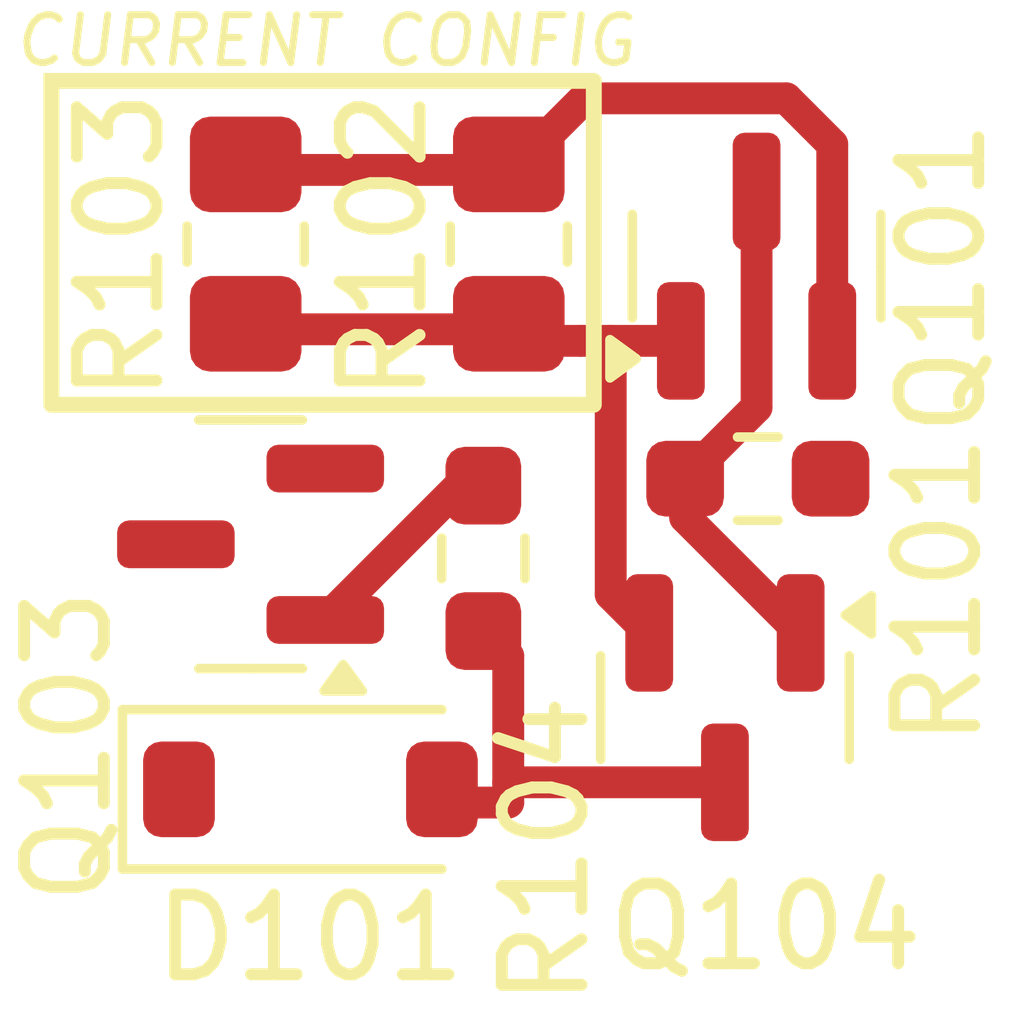
<source format=kicad_pcb>
(kicad_pcb (version 20240108) (generator "pcbnew") (generator_version "8.0")
  (layers (0 "F.Cu" signal) (31 "B.Cu" signal) (34 "B.Paste" user) (35 "F.Paste" user) (36 "B.SilkS" user "B.Silkscreen") (37 "F.SilkS" user "F.Silkscreen") (38 "B.Mask" user) (39 "F.Mask" user) (44 "Edge.Cuts" user))
  (net 0 "")
  (net 1 "/RC_CURR")
  (net 2 "/RC_SIGNAL")
  (net 3 "Net-(Q103-B)")
  (net 4 "/DCC1")
  (net 5 "/DCC0")
  (net 6 "/RAILCOM_DATA")
  (net 7 "/RC_DATA_IN")
  (net 8 "/+3V3")
  (net 9 "/GND")
  (footprint "Resistor_SMD:R_0805_2012Metric_Pad1.20x1.40mm_HandSolder" (layer "F.Cu") (at 151.7396 59.8076 90)
    (property "Reference" "R102" (at -2.048 -1.5748 90) (layer "F.SilkS") (effects (justify left)))
    (property "Value" "20R")
    (fp_line (start -0.227064 -0.735) (end 0.227064 -0.735) (stroke (width 0.12)) (layer "F.SilkS"))
    (fp_line (start -0.227064 0.735) (end 0.227064 0.735) (stroke (width 0.12)) (layer "F.SilkS"))
    (pad "1" smd roundrect (at -1 0 90) (size 1.2 1.4) (layers "F.Cu" "F.Paste" "F.Mask") (roundrect_rratio 0.208333) (net 1 "/RC_CURR"))
    (pad "2" smd roundrect (at 1 0 90) (size 1.2 1.4) (layers "F.Cu" "F.Paste" "F.Mask") (roundrect_rratio 0.208333) (net 8 "/+3V3"))
  )
  (footprint "xDuinoRail:8x50_SOT-23" (layer "F.Cu") (at 154.8489 60.0845 90)
    (property "Reference" "Q101" (at -2.1963 2.3263 90) (layer "F.SilkS") (effects (justify left)))
    (property "Value" "S8550")
    (fp_line (start 0 -1.560001) (end 0.65 -1.56) (stroke (width 0.12)) (layer "F.SilkS"))
    (fp_line (start 0 -1.560001) (end -0.65 -1.56) (stroke (width 0.12)) (layer "F.SilkS"))
    (fp_line (start 0 1.560001) (end 0.65 1.56) (stroke (width 0.12)) (layer "F.SilkS"))
    (fp_line (start 0 1.560001) (end -0.65 1.56) (stroke (width 0.12)) (layer "F.SilkS"))
    (fp_poly (pts (xy -1.1625 -1.51) (xy -1.4025 -1.84) (xy -0.9225 -1.839999) (xy -1.1625 -1.51)) (stroke (width 0.12)) (fill solid) (layer "F.SilkS"))
    (pad "1" smd roundrect (at -0.9375 0.95 90) (size 1.475 0.6) (layers "F.Cu" "F.Paste" "F.Mask") (net 8 "/+3V3"))
    (pad "2" smd roundrect (at -0.9375 -0.95 90) (size 1.475 0.6) (layers "F.Cu" "F.Paste" "F.Mask") (net 1 "/RC_CURR"))
    (pad "3" smd roundrect (at 0.937501 0 90) (size 1.475 0.6) (layers "F.Cu" "F.Paste" "F.Mask") (net 7 "/RC_DATA_IN"))
  )
  (footprint "Resistor_SMD:R_0805_2012Metric_Pad1.20x1.40mm_HandSolder" (layer "F.Cu") (at 148.4376 59.8076 90)
    (property "Reference" "R103" (at -2.048 -1.5748 90) (layer "F.SilkS") (effects (justify left)))
    (property "Value" "1M")
    (fp_line (start -0.227064 -0.735) (end 0.227064 -0.735) (stroke (width 0.12)) (layer "F.SilkS"))
    (fp_line (start -0.227064 0.735) (end 0.227064 0.735) (stroke (width 0.12)) (layer "F.SilkS"))
    (pad "1" smd roundrect (at -1 0 90) (size 1.2 1.4) (layers "F.Cu" "F.Paste" "F.Mask") (roundrect_rratio 0.208333) (net 1 "/RC_CURR"))
    (pad "2" smd roundrect (at 1 0 90) (size 1.2 1.4) (layers "F.Cu" "F.Paste" "F.Mask") (roundrect_rratio 0.208333) (net 8 "/+3V3"))
  )
  (footprint "xDuinoRail:8x50_SOT-23" (layer "F.Cu") (at 154.4519 65.624 -90)
    (property "Reference" "Q104" (at 2.7528 1.5439 0) (layer "F.SilkS") (effects (justify left)))
    (property "Value" "S8550")
    (fp_line (start 0 1.560001) (end -0.65 1.56) (stroke (width 0.12)) (layer "F.SilkS"))
    (fp_line (start 0 1.560001) (end 0.65 1.56) (stroke (width 0.12)) (layer "F.SilkS"))
    (fp_line (start 0 -1.560001) (end -0.65 -1.56) (stroke (width 0.12)) (layer "F.SilkS"))
    (fp_line (start 0 -1.560001) (end 0.65 -1.56) (stroke (width 0.12)) (layer "F.SilkS"))
    (fp_poly (pts (xy -1.1625 -1.51) (xy -1.4025 -1.84) (xy -0.9225 -1.839999) (xy -1.1625 -1.51)) (stroke (width 0.12)) (fill solid) (layer "F.SilkS"))
    (pad "1" smd roundrect (at -0.9375 0.95 270) (size 1.475 0.6) (layers "F.Cu" "F.Paste" "F.Mask") (net 1 "/RC_CURR"))
    (pad "2" smd roundrect (at -0.9375 -0.95 270) (size 1.475 0.6) (layers "F.Cu" "F.Paste" "F.Mask") (net 7 "/RC_DATA_IN"))
    (pad "3" smd roundrect (at 0.937501 0 270) (size 1.475 0.6) (layers "F.Cu" "F.Paste" "F.Mask") (net 2 "/RC_SIGNAL"))
  )
  (footprint "Resistor_SMD:R_0603_1608Metric_Pad0.98x0.95mm_HandSolder" (layer "F.Cu") (at 151.4199 63.7515 90)
    (property "Reference" "R104" (at -3.6601 0.7769 90) (layer "F.SilkS"))
    (property "Value" "10k")
    (fp_line (start -0.254724 -0.5225) (end 0.254724 -0.5225) (stroke (width 0.12)) (layer "F.SilkS"))
    (fp_line (start -0.254724 0.5225) (end 0.254724 0.5225) (stroke (width 0.12)) (layer "F.SilkS"))
    (pad "1" smd roundrect (at -0.9125 0 90) (size 0.975 0.95) (layers "F.Cu" "F.Paste" "F.Mask") (net 2 "/RC_SIGNAL"))
    (pad "2" smd roundrect (at 0.9125 0 90) (size 0.975 0.95) (layers "F.Cu" "F.Paste" "F.Mask") (net 3 "Net-(Q103-B)"))
  )
  (footprint "Resistor_SMD:R_0603_1608Metric_Pad0.98x0.95mm_HandSolder" (layer "F.Cu") (at 154.8649 62.7515)
    (property "Reference" "R101" (at 2.2595 -0.6231 90) (layer "F.SilkS") (effects (justify right)))
    (property "Value" "10k")
    (fp_line (start -0.254724 -0.5225) (end 0.254724 -0.5225) (stroke (width 0.12)) (layer "F.SilkS"))
    (fp_line (start -0.254724 0.5225) (end 0.254724 0.5225) (stroke (width 0.12)) (layer "F.SilkS"))
    (pad "1" smd roundrect (at -0.9125 0) (size 0.975 0.95) (layers "F.Cu" "F.Paste" "F.Mask") (net 7 "/RC_DATA_IN"))
    (pad "2" smd roundrect (at 0.9125 0) (size 0.975 0.95) (layers "F.Cu" "F.Paste" "F.Mask") (net 6 "/RAILCOM_DATA"))
  )
  (footprint "Diode_SMD:D_SOD-123" (layer "F.Cu") (at 149.2504 66.6496)
    (property "Reference" "D101" (at 2.0205 1.8661 0) (layer "F.SilkS") (effects (justify right)))
    (property "Value" "1N5819W")
    (fp_line (start -2.36 -1) (end -2.36 1) (stroke (width 0.12)) (layer "F.SilkS"))
    (fp_line (start -2.36 -1) (end 1.65 -1) (stroke (width 0.12)) (layer "F.SilkS"))
    (fp_line (start -2.36 1) (end 1.65 1) (stroke (width 0.12)) (layer "F.SilkS"))
    (pad "1" smd roundrect (at -1.65 0) (size 0.9 1.2) (layers "F.Cu" "F.Paste" "F.Mask") (net 5 "/DCC0"))
    (pad "2" smd roundrect (at 1.65 0) (size 0.9 1.2) (layers "F.Cu" "F.Paste" "F.Mask") (net 2 "/RC_SIGNAL"))
  )
  (footprint "xDuinoRail:8x50_SOT-23" (layer "F.Cu") (at 148.4989 63.5745 180)
    (property "Reference" "Q103" (at 2.2965 -0.4843 90) (layer "F.SilkS") (effects (justify right)))
    (property "Value" "S8050")
    (fp_line (start 0 1.560001) (end 0.65 1.56) (stroke (width 0.12)) (layer "F.SilkS"))
    (fp_line (start 0 1.560001) (end -0.65 1.56) (stroke (width 0.12)) (layer "F.SilkS"))
    (fp_line (start 0 -1.560001) (end 0.65 -1.56) (stroke (width 0.12)) (layer "F.SilkS"))
    (fp_line (start 0 -1.560001) (end -0.65 -1.56) (stroke (width 0.12)) (layer "F.SilkS"))
    (fp_poly (pts (xy -1.1625 -1.51) (xy -1.4025 -1.84) (xy -0.9225 -1.839999) (xy -1.1625 -1.51)) (stroke (width 0.12)) (fill solid) (layer "F.SilkS"))
    (pad "1" smd roundrect (at -0.9375 0.95 180) (size 1.475 0.6) (layers "F.Cu" "F.Paste" "F.Mask") (net 9 "/GND"))
    (pad "2" smd roundrect (at -0.9375 -0.95 180) (size 1.475 0.6) (layers "F.Cu" "F.Paste" "F.Mask") (net 3 "Net-(Q103-B)"))
    (pad "3" smd roundrect (at 0.937501 0 180) (size 1.475 0.6) (layers "F.Cu" "F.Paste" "F.Mask") (net 4 "/DCC1"))
  )
  (gr_rect (start 145.9992 57.7596) (end 152.8064 61.8236) (stroke (width 0.2)) (fill none) (layer "F.SilkS"))
  (gr_text "CURRENT CONFIG" (at 145.4912 57.6072 0) (layer "F.SilkS") (effects (font (size 0.6 0.6) (thickness 0.0875) (italic yes)) (justify left bottom)))
  (segment (start 148.4884 60.8772) (end 151.7396 60.8772) (width 0.4) (layer "F.Cu") (net 1))
  (segment (start 153.8989 61.022) (end 153.0184 61.022) (width 0.4) (layer "F.Cu") (net 1))
  (segment (start 151.9671 61.022) (end 151.8844 61.022) (width 0.4) (layer "F.Cu") (net 1))
  (segment (start 152.6424 61.022) (end 151.9671 61.022) (width 0.4) (layer "F.Cu") (net 1))
  (segment (start 151.8844 61.022) (end 151.7904 60.928) (width 0.4) (layer "F.Cu") (net 1))
  (segment (start 153.5019 64.6865) (end 153.0184 64.203) (width 0.4) (layer "F.Cu") (net 1))
  (segment (start 153.0184 64.203) (end 153.0184 61.022) (width 0.4) (layer "F.Cu") (net 1))
  (segment (start 151.7396 60.8772) (end 151.7904 60.928) (width 0.4) (layer "F.Cu") (net 1))
  (segment (start 153.0184 61.022) (end 152.6424 61.022) (width 0.4) (layer "F.Cu") (net 1))
  (segment (start 151.7325 66.5615) (end 151.7325 64.9766) (width 0.4) (layer "F.Cu") (net 2))
  (segment (start 151.7325 66.8155) (end 150.9119 66.8155) (width 0.4) (layer "F.Cu") (net 2))
  (segment (start 151.7325 66.8155) (end 151.7325 66.5615) (width 0.4) (layer "F.Cu") (net 2))
  (segment (start 154.4519 66.5615) (end 151.7325 66.5615) (width 0.4) (layer "F.Cu") (net 2))
  (segment (start 151.7325 64.9766) (end 151.4199 64.664) (width 0.4) (layer "F.Cu") (net 2))
  (segment (start 151.1219 62.839) (end 151.4199 62.839) (width 0.4) (layer "F.Cu") (net 3))
  (segment (start 149.4364 64.5245) (end 151.1219 62.839) (width 0.4) (layer "F.Cu") (net 3))
  (segment (start 153.9524 62.7515) (end 154.8489 61.855) (width 0.4) (layer "F.Cu") (net 7))
  (segment (start 153.9524 63.237) (end 153.9524 62.7515) (width 0.4) (layer "F.Cu") (net 7))
  (segment (start 155.4019 64.6865) (end 153.9524 63.237) (width 0.4) (layer "F.Cu") (net 7))
  (segment (start 154.8489 61.855) (end 154.8489 59.147) (width 0.4) (layer "F.Cu") (net 7))
  (segment (start 155.2215 57.9788) (end 155.7989 58.5562) (width 0.4) (layer "F.Cu") (net 8))
  (segment (start 151.7904 58.8772) (end 152.7396 57.928) (width 0.4) (layer "F.Cu") (net 8))
  (segment (start 148.5392 58.8772) (end 151.7904 58.8772) (width 0.4) (layer "F.Cu") (net 8))
  (segment (start 152.7396 57.9788) (end 155.2215 57.9788) (width 0.4) (layer "F.Cu") (net 8))
  (segment (start 155.7989 58.5562) (end 155.7989 61.022) (width 0.4) (layer "F.Cu") (net 8))
  (segment (start 148.4884 58.8264) (end 148.5392 58.8772) (width 0.4) (layer "F.Cu") (net 8))
)
</source>
